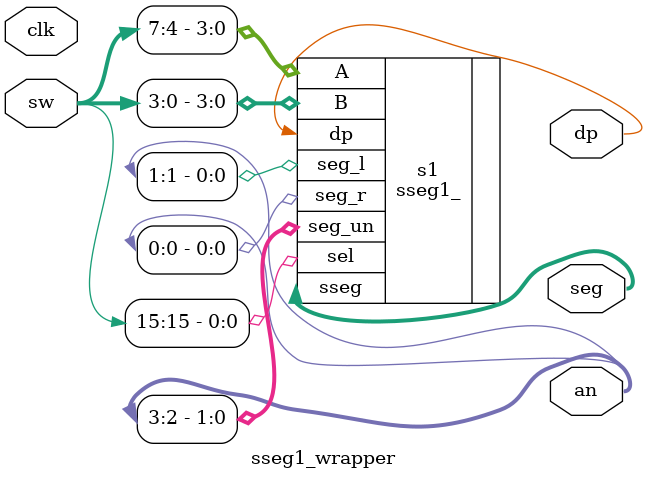
<source format=sv>
`timescale 1ns / 1ps


module sseg1_wrapper(
    input [15:0] sw,
    input clk,
    output [3:0] an,
    output dp,
    output [6:0] seg
    );
    
     sseg1_ s1(
    .A( sw[7:4]), 
    .B(sw[3:0]), 
    .sel(sw[15]), 
    .seg_l(an[1]), 
    .seg_r(an[0]), 
    .sseg(seg), 
    .seg_un(an[3:2]), 
    .dp(dp)
    );


endmodule

</source>
